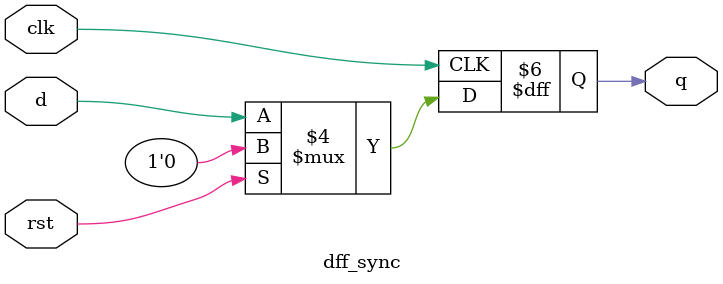
<source format=v>
module dff_sync(d,clk,rst,q);

input d;
input clk;
input rst;

output reg q;

always @(posedge clk )
begin
	if(rst==0)
		q <= d;
	else
		q <=0;
end

endmodule

</source>
